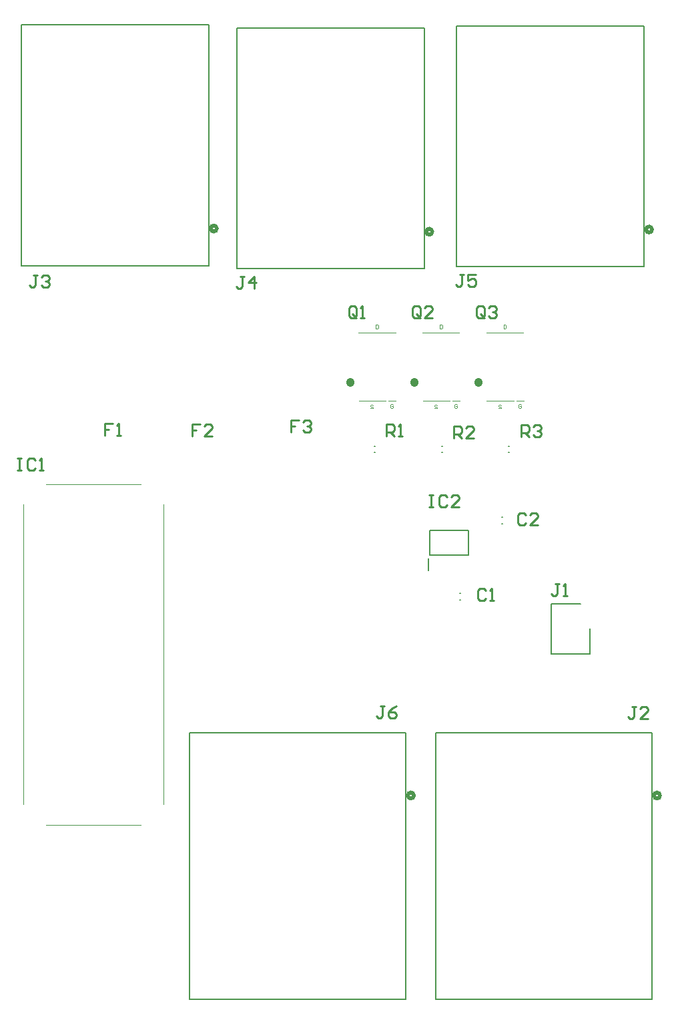
<source format=gto>
G04*
G04 #@! TF.GenerationSoftware,Altium Limited,Altium Designer,19.1.7 (138)*
G04*
G04 Layer_Color=65535*
%FSLAX25Y25*%
%MOIN*%
G70*
G01*
G75*
%ADD10C,0.02000*%
%ADD11C,0.00787*%
%ADD12C,0.00394*%
%ADD13C,0.00600*%
%ADD14C,0.03937*%
%ADD15C,0.01000*%
D10*
X438000Y220049D02*
G03*
X438000Y220049I-1500J0D01*
G01*
X315050D02*
G03*
X315050Y220049I-1500J0D01*
G01*
X324250Y501400D02*
G03*
X324250Y501400I-1500J0D01*
G01*
X434050Y502500D02*
G03*
X434050Y502500I-1500J0D01*
G01*
X216600Y503000D02*
G03*
X216600Y503000I-1500J0D01*
G01*
D11*
X322954Y339901D02*
Y352499D01*
X342246D01*
Y339901D02*
Y352499D01*
X322954Y339901D02*
X342246D01*
X322443Y332519D02*
Y338523D01*
X362403Y391225D02*
X362797D01*
X362403Y394375D02*
X362797D01*
X295353Y391225D02*
X295746D01*
X295353Y394375D02*
X295746D01*
X328878Y391225D02*
X329272D01*
X328878Y394375D02*
X329272D01*
X338053Y317825D02*
X338447D01*
X338053Y320975D02*
X338447D01*
X359053Y355825D02*
X359447D01*
X359053Y358975D02*
X359447D01*
X383695Y315700D02*
X398400D01*
X383695Y290700D02*
Y315700D01*
Y290700D02*
X403105D01*
Y303200D01*
D12*
X131378Y375400D02*
X178622D01*
X131378Y205400D02*
X178622D01*
X190000Y215597D02*
Y365203D01*
X120000Y215597D02*
Y365203D01*
X287231Y451192D02*
X305834Y451192D01*
X302389Y417039D02*
X306031D01*
X287527D02*
X301011D01*
X319209Y451192D02*
X337811Y451192D01*
X334366Y417039D02*
X338008D01*
X319504D02*
X332988D01*
X351186Y451192D02*
X369788Y451192D01*
X366343Y417039D02*
X369985D01*
X351481D02*
X364965D01*
X295893Y455030D02*
Y453062D01*
X296877D01*
X297205Y453390D01*
Y454702D01*
X296877Y455030D01*
X295893D01*
X304784Y415037D02*
X304456Y415365D01*
X303800D01*
X303472Y415037D01*
Y413725D01*
X303800Y413397D01*
X304456D01*
X304784Y413725D01*
Y414381D01*
X304128D01*
X294744Y414840D02*
X294416Y415168D01*
X293760D01*
X293432Y414840D01*
Y414512D01*
X293760Y414184D01*
X294416D01*
X294744Y413856D01*
Y413528D01*
X294416Y413200D01*
X293760D01*
X293432Y413528D01*
X327870Y455030D02*
Y453062D01*
X328854D01*
X329182Y453390D01*
Y454702D01*
X328854Y455030D01*
X327870D01*
X336761Y415037D02*
X336433Y415365D01*
X335777D01*
X335449Y415037D01*
Y413725D01*
X335777Y413397D01*
X336433D01*
X336761Y413725D01*
Y414381D01*
X336105D01*
X326721Y414840D02*
X326393Y415168D01*
X325737D01*
X325409Y414840D01*
Y414512D01*
X325737Y414184D01*
X326393D01*
X326721Y413856D01*
Y413528D01*
X326393Y413200D01*
X325737D01*
X325409Y413528D01*
X359847Y455030D02*
Y453062D01*
X360831D01*
X361159Y453390D01*
Y454702D01*
X360831Y455030D01*
X359847D01*
X368738Y415037D02*
X368410Y415365D01*
X367754D01*
X367426Y415037D01*
Y413725D01*
X367754Y413397D01*
X368410D01*
X368738Y413725D01*
Y414381D01*
X368082D01*
X358699Y414840D02*
X358370Y415168D01*
X357715D01*
X357387Y414840D01*
Y414512D01*
X357715Y414184D01*
X358370D01*
X358699Y413856D01*
Y413528D01*
X358370Y413200D01*
X357715D01*
X357387Y413528D01*
D13*
X434000Y118499D02*
Y251299D01*
X326000Y118499D02*
X434000D01*
X326000D02*
Y251299D01*
X434000D01*
X311050Y118499D02*
Y251299D01*
X203050Y118499D02*
X311050D01*
X203050D02*
Y251299D01*
X311050D01*
X226650Y482900D02*
Y603000D01*
X320250D01*
Y482900D02*
Y603000D01*
X226650Y482900D02*
X320250D01*
X336450Y484000D02*
Y604100D01*
X430050D01*
Y484000D02*
Y604100D01*
X336450Y484000D02*
X430050D01*
X119000Y484500D02*
Y604600D01*
X212600D01*
Y484500D02*
Y604600D01*
X119000Y484500D02*
X212600D01*
D14*
X283491Y426192D02*
Y426291D01*
X315469Y426192D02*
Y426291D01*
X347446Y426192D02*
Y426291D01*
D15*
X300199Y264847D02*
X298199D01*
X299199D01*
Y259849D01*
X298199Y258849D01*
X297200D01*
X296200Y259849D01*
X306197Y264847D02*
X304197Y263848D01*
X302198Y261848D01*
Y259849D01*
X303198Y258849D01*
X305197D01*
X306197Y259849D01*
Y260848D01*
X305197Y261848D01*
X302198D01*
X426149Y264347D02*
X424149D01*
X425149D01*
Y259349D01*
X424149Y258349D01*
X423150D01*
X422150Y259349D01*
X432147Y258349D02*
X428148D01*
X432147Y262348D01*
Y263348D01*
X431147Y264347D01*
X429148D01*
X428148Y263348D01*
X257799Y407398D02*
X253800D01*
Y404399D01*
X255799D01*
X253800D01*
Y401400D01*
X259798Y406398D02*
X260798Y407398D01*
X262797D01*
X263797Y406398D01*
Y405399D01*
X262797Y404399D01*
X261797D01*
X262797D01*
X263797Y403399D01*
Y402400D01*
X262797Y401400D01*
X260798D01*
X259798Y402400D01*
X208399Y405198D02*
X204400D01*
Y402199D01*
X206399D01*
X204400D01*
Y399200D01*
X214397D02*
X210398D01*
X214397Y403199D01*
Y404198D01*
X213397Y405198D01*
X211398D01*
X210398Y404198D01*
X164799Y405798D02*
X160800D01*
Y402799D01*
X162799D01*
X160800D01*
Y399800D01*
X166798D02*
X168797D01*
X167798D01*
Y405798D01*
X166798Y404798D01*
X127149Y479598D02*
X125149D01*
X126149D01*
Y474600D01*
X125149Y473600D01*
X124150D01*
X123150Y474600D01*
X129148Y478598D02*
X130148Y479598D01*
X132147D01*
X133147Y478598D01*
Y477599D01*
X132147Y476599D01*
X131147D01*
X132147D01*
X133147Y475599D01*
Y474600D01*
X132147Y473600D01*
X130148D01*
X129148Y474600D01*
X370999Y359998D02*
X369999Y360998D01*
X368000D01*
X367000Y359998D01*
Y356000D01*
X368000Y355000D01*
X369999D01*
X370999Y356000D01*
X376997Y355000D02*
X372998D01*
X376997Y358999D01*
Y359998D01*
X375997Y360998D01*
X373998D01*
X372998Y359998D01*
X350900Y322198D02*
X349900Y323198D01*
X347901D01*
X346901Y322198D01*
Y318200D01*
X347901Y317200D01*
X349900D01*
X350900Y318200D01*
X352899Y317200D02*
X354898D01*
X353899D01*
Y323198D01*
X352899Y322198D01*
X339999Y479998D02*
X337999D01*
X338999D01*
Y475000D01*
X337999Y474000D01*
X337000D01*
X336000Y475000D01*
X345997Y479998D02*
X341998D01*
Y476999D01*
X343997Y477999D01*
X344997D01*
X345997Y476999D01*
Y475000D01*
X344997Y474000D01*
X342998D01*
X341998Y475000D01*
X230199Y478898D02*
X228199D01*
X229199D01*
Y473900D01*
X228199Y472900D01*
X227200D01*
X226200Y473900D01*
X235197Y472900D02*
Y478898D01*
X232198Y475899D01*
X236197D01*
X387599Y325798D02*
X385599D01*
X386599D01*
Y320800D01*
X385599Y319800D01*
X384600D01*
X383600Y320800D01*
X389598Y319800D02*
X391597D01*
X390598D01*
Y325798D01*
X389598Y324798D01*
X334975Y398400D02*
Y404398D01*
X337974D01*
X338973Y403398D01*
Y401399D01*
X337974Y400399D01*
X334975D01*
X336974D02*
X338973Y398400D01*
X344972D02*
X340973D01*
X344972Y402399D01*
Y403398D01*
X343972Y404398D01*
X341972D01*
X340973Y403398D01*
X301200Y399200D02*
Y405198D01*
X304199D01*
X305199Y404198D01*
Y402199D01*
X304199Y401199D01*
X301200D01*
X303199D02*
X305199Y399200D01*
X307198D02*
X309197D01*
X308198D01*
Y405198D01*
X307198Y404198D01*
X368600Y399000D02*
Y404998D01*
X371599D01*
X372599Y403998D01*
Y401999D01*
X371599Y400999D01*
X368600D01*
X370599D02*
X372599Y399000D01*
X374598Y403998D02*
X375598Y404998D01*
X377597D01*
X378597Y403998D01*
Y402999D01*
X377597Y401999D01*
X376597D01*
X377597D01*
X378597Y400999D01*
Y400000D01*
X377597Y399000D01*
X375598D01*
X374598Y400000D01*
X350453Y459400D02*
Y463398D01*
X349453Y464398D01*
X347454D01*
X346454Y463398D01*
Y459400D01*
X347454Y458400D01*
X349453D01*
X348454Y460399D02*
X350453Y458400D01*
X349453D02*
X350453Y459400D01*
X352452Y463398D02*
X353452Y464398D01*
X355451D01*
X356451Y463398D01*
Y462399D01*
X355451Y461399D01*
X354452D01*
X355451D01*
X356451Y460399D01*
Y459400D01*
X355451Y458400D01*
X353452D01*
X352452Y459400D01*
X318476D02*
Y463398D01*
X317476Y464398D01*
X315477D01*
X314477Y463398D01*
Y459400D01*
X315477Y458400D01*
X317476D01*
X316476Y460399D02*
X318476Y458400D01*
X317476D02*
X318476Y459400D01*
X324474Y458400D02*
X320475D01*
X324474Y462399D01*
Y463398D01*
X323474Y464398D01*
X321475D01*
X320475Y463398D01*
X286499Y459400D02*
Y463398D01*
X285499Y464398D01*
X283500D01*
X282500Y463398D01*
Y459400D01*
X283500Y458400D01*
X285499D01*
X284499Y460399D02*
X286499Y458400D01*
X285499D02*
X286499Y459400D01*
X288498Y458400D02*
X290497D01*
X289498D01*
Y464398D01*
X288498Y463398D01*
X322700Y369998D02*
X324699D01*
X323700D01*
Y364000D01*
X322700D01*
X324699D01*
X331697Y368998D02*
X330697Y369998D01*
X328698D01*
X327698Y368998D01*
Y365000D01*
X328698Y364000D01*
X330697D01*
X331697Y365000D01*
X337695Y364000D02*
X333696D01*
X337695Y367999D01*
Y368998D01*
X336696Y369998D01*
X334696D01*
X333696Y368998D01*
X116900Y388498D02*
X118899D01*
X117900D01*
Y382500D01*
X116900D01*
X118899D01*
X125897Y387498D02*
X124897Y388498D01*
X122898D01*
X121898Y387498D01*
Y383500D01*
X122898Y382500D01*
X124897D01*
X125897Y383500D01*
X127896Y382500D02*
X129896D01*
X128896D01*
Y388498D01*
X127896Y387498D01*
M02*

</source>
